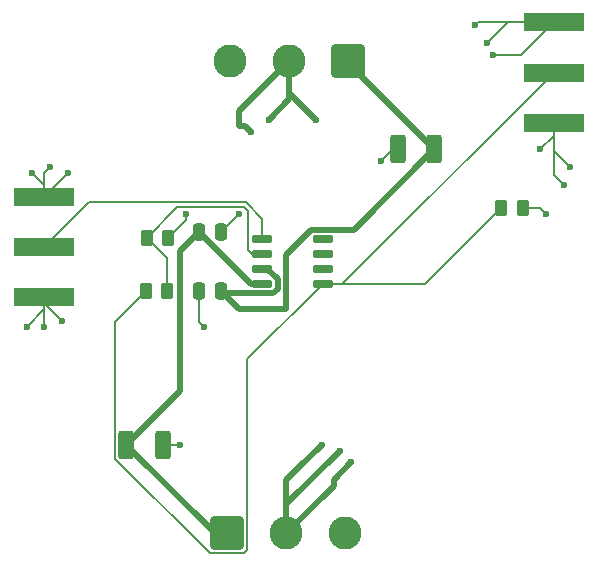
<source format=gbr>
%TF.GenerationSoftware,KiCad,Pcbnew,9.0.6*%
%TF.CreationDate,2025-12-13T21:20:45-05:00*%
%TF.ProjectId,OpAMP,4f70414d-502e-46b6-9963-61645f706362,rev?*%
%TF.SameCoordinates,Original*%
%TF.FileFunction,Copper,L1,Top*%
%TF.FilePolarity,Positive*%
%FSLAX46Y46*%
G04 Gerber Fmt 4.6, Leading zero omitted, Abs format (unit mm)*
G04 Created by KiCad (PCBNEW 9.0.6) date 2025-12-13 21:20:45*
%MOMM*%
%LPD*%
G01*
G04 APERTURE LIST*
G04 Aperture macros list*
%AMRoundRect*
0 Rectangle with rounded corners*
0 $1 Rounding radius*
0 $2 $3 $4 $5 $6 $7 $8 $9 X,Y pos of 4 corners*
0 Add a 4 corners polygon primitive as box body*
4,1,4,$2,$3,$4,$5,$6,$7,$8,$9,$2,$3,0*
0 Add four circle primitives for the rounded corners*
1,1,$1+$1,$2,$3*
1,1,$1+$1,$4,$5*
1,1,$1+$1,$6,$7*
1,1,$1+$1,$8,$9*
0 Add four rect primitives between the rounded corners*
20,1,$1+$1,$2,$3,$4,$5,0*
20,1,$1+$1,$4,$5,$6,$7,0*
20,1,$1+$1,$6,$7,$8,$9,0*
20,1,$1+$1,$8,$9,$2,$3,0*%
G04 Aperture macros list end*
%TA.AperFunction,SMDPad,CuDef*%
%ADD10RoundRect,0.250000X-0.250000X-0.475000X0.250000X-0.475000X0.250000X0.475000X-0.250000X0.475000X0*%
%TD*%
%TA.AperFunction,SMDPad,CuDef*%
%ADD11R,5.080000X1.500000*%
%TD*%
%TA.AperFunction,SMDPad,CuDef*%
%ADD12RoundRect,0.250000X-0.420000X-0.945000X0.420000X-0.945000X0.420000X0.945000X-0.420000X0.945000X0*%
%TD*%
%TA.AperFunction,SMDPad,CuDef*%
%ADD13RoundRect,0.150000X-0.725000X-0.150000X0.725000X-0.150000X0.725000X0.150000X-0.725000X0.150000X0*%
%TD*%
%TA.AperFunction,SMDPad,CuDef*%
%ADD14RoundRect,0.250000X-0.262500X-0.450000X0.262500X-0.450000X0.262500X0.450000X-0.262500X0.450000X0*%
%TD*%
%TA.AperFunction,ComponentPad*%
%ADD15RoundRect,0.250001X1.149999X1.149999X-1.149999X1.149999X-1.149999X-1.149999X1.149999X-1.149999X0*%
%TD*%
%TA.AperFunction,ComponentPad*%
%ADD16C,2.800000*%
%TD*%
%TA.AperFunction,ComponentPad*%
%ADD17RoundRect,0.250001X-1.149999X-1.149999X1.149999X-1.149999X1.149999X1.149999X-1.149999X1.149999X0*%
%TD*%
%TA.AperFunction,ViaPad*%
%ADD18C,0.600000*%
%TD*%
%TA.AperFunction,Conductor*%
%ADD19C,0.200000*%
%TD*%
%TA.AperFunction,Conductor*%
%ADD20C,0.500000*%
%TD*%
G04 APERTURE END LIST*
D10*
%TO.P,C2,1*%
%TO.N,Net-(J3-Pin_1)*%
X132100000Y-82000000D03*
%TO.P,C2,2*%
%TO.N,GND*%
X134000000Y-82000000D03*
%TD*%
D11*
%TO.P,J2,2,Ext*%
%TO.N,GND*%
X162137500Y-72750000D03*
X162137500Y-64250000D03*
%TO.P,J2,1,In*%
%TO.N,Net-(J2-In)*%
X162137500Y-68500000D03*
%TD*%
D12*
%TO.P,C1,1*%
%TO.N,Net-(J3-Pin_1)*%
X125960000Y-100000000D03*
%TO.P,C1,2*%
%TO.N,GND*%
X129040000Y-100000000D03*
%TD*%
%TO.P,C4,2*%
%TO.N,Net-(J4-Pin_1)*%
X152040000Y-75000000D03*
%TO.P,C4,1*%
%TO.N,GND*%
X148960000Y-75000000D03*
%TD*%
D10*
%TO.P,C3,2*%
%TO.N,Net-(J4-Pin_1)*%
X134000000Y-87000000D03*
%TO.P,C3,1*%
%TO.N,GND*%
X132100000Y-87000000D03*
%TD*%
D13*
%TO.P,U1,8*%
%TO.N,N/C*%
X142575000Y-82595000D03*
%TO.P,U1,7*%
X142575000Y-83865000D03*
%TO.P,U1,6*%
X142575000Y-85135000D03*
%TO.P,U1,5*%
%TO.N,Net-(J2-In)*%
X142575000Y-86405000D03*
%TO.P,U1,4,V-*%
%TO.N,Net-(J3-Pin_1)*%
X137425000Y-86405000D03*
%TO.P,U1,3,V+*%
%TO.N,Net-(J4-Pin_1)*%
X137425000Y-85135000D03*
%TO.P,U1,2,-*%
%TO.N,Net-(U1--)*%
X137425000Y-83865000D03*
%TO.P,U1,1,+*%
%TO.N,Net-(J1-In)*%
X137425000Y-82595000D03*
%TD*%
D14*
%TO.P,R3,1*%
%TO.N,Net-(J2-In)*%
X157675000Y-80000000D03*
%TO.P,R3,2*%
%TO.N,GND*%
X159500000Y-80000000D03*
%TD*%
%TO.P,R2,1*%
%TO.N,Net-(J2-In)*%
X127587500Y-87000000D03*
%TO.P,R2,2*%
%TO.N,Net-(U1--)*%
X129412500Y-87000000D03*
%TD*%
%TO.P,R1,1*%
%TO.N,Net-(U1--)*%
X127675000Y-82500000D03*
%TO.P,R1,2*%
%TO.N,GND*%
X129500000Y-82500000D03*
%TD*%
D15*
%TO.P,J4,1,Pin_1*%
%TO.N,Net-(J4-Pin_1)*%
X144750000Y-67500000D03*
D16*
%TO.P,J4,2,Pin_2*%
%TO.N,GND*%
X139750000Y-67500000D03*
%TO.P,J4,3*%
%TO.N,N/C*%
X134750000Y-67500000D03*
%TD*%
D17*
%TO.P,J3,1,Pin_1*%
%TO.N,Net-(J3-Pin_1)*%
X134500000Y-107500000D03*
D16*
%TO.P,J3,2,Pin_2*%
%TO.N,GND*%
X139500000Y-107500000D03*
%TO.P,J3,3*%
%TO.N,N/C*%
X144500000Y-107500000D03*
%TD*%
D11*
%TO.P,J1,1,In*%
%TO.N,Net-(J1-In)*%
X119000000Y-83250000D03*
%TO.P,J1,2,Ext*%
%TO.N,GND*%
X119000000Y-87500000D03*
X119000000Y-79000000D03*
%TD*%
D18*
%TO.N,GND*%
X157000000Y-67000000D03*
X156500000Y-66000000D03*
X163500000Y-76500000D03*
X161000000Y-75000000D03*
X119500000Y-76500000D03*
X118000000Y-77000000D03*
X120500000Y-89500000D03*
X117500000Y-90000000D03*
X142000000Y-72500000D03*
X138000000Y-72500000D03*
X142500000Y-100000000D03*
X145000000Y-101500000D03*
X119000000Y-90000000D03*
X121000000Y-77000000D03*
X136500000Y-73500000D03*
X144000000Y-100500000D03*
X163000000Y-78000000D03*
X155500000Y-64500000D03*
X161500000Y-80500000D03*
X131000000Y-80500000D03*
X147500000Y-76000000D03*
X130500000Y-100000000D03*
X132500000Y-90000000D03*
X135500000Y-80500000D03*
%TD*%
D19*
%TO.N,GND*%
X159387500Y-67000000D02*
X157000000Y-67000000D01*
X162137500Y-64250000D02*
X159387500Y-67000000D01*
X158250000Y-64250000D02*
X156500000Y-66000000D01*
X162137500Y-64250000D02*
X158250000Y-64250000D01*
X162137500Y-75137500D02*
X163500000Y-76500000D01*
X162137500Y-72750000D02*
X162137500Y-75137500D01*
X162137500Y-73862500D02*
X161000000Y-75000000D01*
X162137500Y-72750000D02*
X162137500Y-73862500D01*
X119000000Y-77000000D02*
X119500000Y-76500000D01*
X119000000Y-79000000D02*
X119000000Y-77000000D01*
X119000000Y-78000000D02*
X118000000Y-77000000D01*
X119000000Y-79000000D02*
X119000000Y-78000000D01*
X119000000Y-88000000D02*
X120500000Y-89500000D01*
X119000000Y-87500000D02*
X119000000Y-88000000D01*
X119000000Y-88500000D02*
X117500000Y-90000000D01*
X119000000Y-87500000D02*
X119000000Y-88500000D01*
D20*
X139750000Y-70250000D02*
X142000000Y-72500000D01*
X139750000Y-67500000D02*
X139750000Y-70250000D01*
X139750000Y-70750000D02*
X138000000Y-72500000D01*
X139750000Y-67500000D02*
X139750000Y-70750000D01*
X140500000Y-102000000D02*
X142500000Y-100000000D01*
X139500000Y-103000000D02*
X140500000Y-102000000D01*
X139500000Y-107500000D02*
X139500000Y-103000000D01*
X143500000Y-103000000D02*
X145000000Y-101500000D01*
X143500000Y-103500000D02*
X143500000Y-103000000D01*
X139500000Y-107500000D02*
X143500000Y-103500000D01*
D19*
%TO.N,Net-(J1-In)*%
X137425000Y-80857900D02*
X137425000Y-82595000D01*
X136065100Y-79498000D02*
X137425000Y-80857900D01*
X122752000Y-79498000D02*
X136065100Y-79498000D01*
X119000000Y-83250000D02*
X122752000Y-79498000D01*
%TO.N,GND*%
X119000000Y-87500000D02*
X119000000Y-90000000D01*
X119000000Y-79000000D02*
X121000000Y-77000000D01*
D20*
%TO.N,Net-(J3-Pin_1)*%
X132100000Y-82000000D02*
X136505000Y-86405000D01*
D19*
%TO.N,GND*%
X134000000Y-82000000D02*
X135500000Y-80500000D01*
D20*
%TO.N,Net-(J3-Pin_1)*%
X130463500Y-83636500D02*
X132100000Y-82000000D01*
%TO.N,GND*%
X136000000Y-73000000D02*
X136500000Y-73500000D01*
X135500000Y-73000000D02*
X136000000Y-73000000D01*
X135500000Y-71750000D02*
X135500000Y-73000000D01*
X139750000Y-67500000D02*
X135500000Y-71750000D01*
X139500000Y-105000000D02*
X144000000Y-100500000D01*
X139500000Y-107500000D02*
X139500000Y-105000000D01*
D19*
X162137500Y-77137500D02*
X163000000Y-78000000D01*
X162137500Y-72750000D02*
X162137500Y-77137500D01*
X155750000Y-64250000D02*
X155500000Y-64500000D01*
X162137500Y-64250000D02*
X155750000Y-64250000D01*
X161000000Y-80000000D02*
X161500000Y-80500000D01*
X159500000Y-80000000D02*
X161000000Y-80000000D01*
%TO.N,Net-(J2-In)*%
X151270000Y-86405000D02*
X157675000Y-80000000D01*
X142575000Y-86405000D02*
X151270000Y-86405000D01*
X142575000Y-86405000D02*
X144232500Y-86405000D01*
%TO.N,GND*%
X131000000Y-81000000D02*
X131000000Y-80500000D01*
X129500000Y-82500000D02*
X131000000Y-81000000D01*
%TO.N,Net-(U1--)*%
X136550001Y-83865000D02*
X137425000Y-83865000D01*
X136249000Y-80249000D02*
X136249000Y-83563999D01*
X130276000Y-79899000D02*
X135899000Y-79899000D01*
X136249000Y-83563999D02*
X136550001Y-83865000D01*
X127675000Y-82500000D02*
X130276000Y-79899000D01*
X135899000Y-79899000D02*
X136249000Y-80249000D01*
X129412500Y-87000000D02*
X129412500Y-84237500D01*
X129412500Y-84237500D02*
X127675000Y-82500000D01*
%TO.N,Net-(J2-In)*%
X124989000Y-89598500D02*
X127587500Y-87000000D01*
X133009840Y-109201000D02*
X124989000Y-101180160D01*
X124989000Y-101180160D02*
X124989000Y-89598500D01*
X136201000Y-108885160D02*
X135885160Y-109201000D01*
X135885160Y-109201000D02*
X133009840Y-109201000D01*
X136201000Y-92779000D02*
X136201000Y-108885160D01*
X142575000Y-86405000D02*
X136201000Y-92779000D01*
%TO.N,GND*%
X148500000Y-75000000D02*
X147500000Y-76000000D01*
X148960000Y-75000000D02*
X148500000Y-75000000D01*
X129040000Y-100000000D02*
X130500000Y-100000000D01*
X132100000Y-89600000D02*
X132500000Y-90000000D01*
X132100000Y-87000000D02*
X132100000Y-89600000D01*
D20*
%TO.N,Net-(J4-Pin_1)*%
X138751000Y-86808100D02*
X138751000Y-86001900D01*
X138403100Y-87156000D02*
X138751000Y-86808100D01*
X138751000Y-86001900D02*
X137884100Y-85135000D01*
X134156000Y-87156000D02*
X138403100Y-87156000D01*
X134000000Y-87000000D02*
X134156000Y-87156000D01*
X137884100Y-85135000D02*
X137425000Y-85135000D01*
X135500000Y-88500000D02*
X134000000Y-87000000D01*
X139500000Y-88500000D02*
X135500000Y-88500000D01*
X139500000Y-83940900D02*
X139500000Y-88500000D01*
X141596900Y-81844000D02*
X139500000Y-83940900D01*
X145196000Y-81844000D02*
X141596900Y-81844000D01*
X152040000Y-75000000D02*
X145196000Y-81844000D01*
X144750000Y-67710000D02*
X152040000Y-75000000D01*
X144750000Y-67500000D02*
X144750000Y-67710000D01*
%TO.N,Net-(J3-Pin_1)*%
X136505000Y-86405000D02*
X137425000Y-86405000D01*
X130463500Y-95496500D02*
X130463500Y-83636500D01*
X125960000Y-100000000D02*
X130463500Y-95496500D01*
X133460000Y-107500000D02*
X125960000Y-100000000D01*
X134500000Y-107500000D02*
X133460000Y-107500000D01*
D19*
%TO.N,Net-(J2-In)*%
X144232500Y-86405000D02*
X162137500Y-68500000D01*
%TD*%
M02*

</source>
